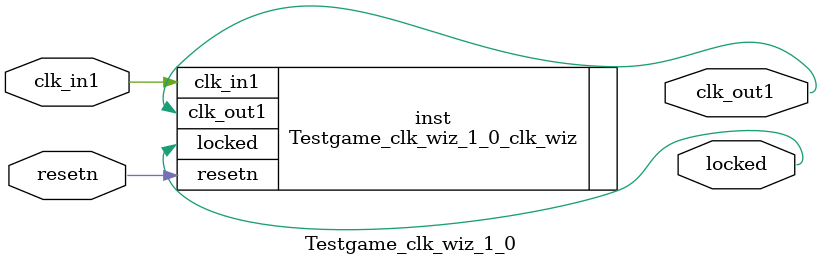
<source format=v>


`timescale 1ps/1ps

(* CORE_GENERATION_INFO = "Testgame_clk_wiz_1_0,clk_wiz_v6_0_4_0_0,{component_name=Testgame_clk_wiz_1_0,use_phase_alignment=true,use_min_o_jitter=false,use_max_i_jitter=false,use_dyn_phase_shift=false,use_inclk_switchover=false,use_dyn_reconfig=false,enable_axi=0,feedback_source=FDBK_AUTO,PRIMITIVE=MMCM,num_out_clk=1,clkin1_period=10.000,clkin2_period=10.000,use_power_down=false,use_reset=true,use_locked=true,use_inclk_stopped=false,feedback_type=SINGLE,CLOCK_MGR_TYPE=NA,manual_override=false}" *)

module Testgame_clk_wiz_1_0 
 (
  // Clock out ports
  output        clk_out1,
  // Status and control signals
  input         resetn,
  output        locked,
 // Clock in ports
  input         clk_in1
 );

  Testgame_clk_wiz_1_0_clk_wiz inst
  (
  // Clock out ports  
  .clk_out1(clk_out1),
  // Status and control signals               
  .resetn(resetn), 
  .locked(locked),
 // Clock in ports
  .clk_in1(clk_in1)
  );

endmodule

</source>
